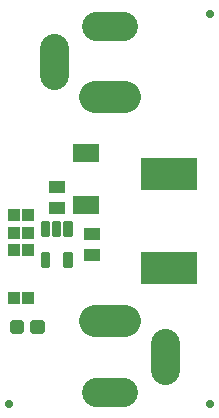
<source format=gts>
G04 EAGLE Gerber RS-274X export*
G75*
%MOMM*%
%FSLAX34Y34*%
%LPD*%
%INSoldermask Top*%
%IPPOS*%
%AMOC8*
5,1,8,0,0,1.08239X$1,22.5*%
G01*
%ADD10R,1.403200X1.003200*%
%ADD11R,1.053200X1.103200*%
%ADD12R,2.303200X1.603200*%
%ADD13C,0.505344*%
%ADD14C,2.703200*%
%ADD15C,2.453200*%
%ADD16R,4.703200X2.803200*%
%ADD17C,0.321278*%
%ADD18C,0.703200*%


D10*
X195000Y371000D03*
X195000Y389000D03*
X165000Y429000D03*
X165000Y411000D03*
D11*
X140800Y390000D03*
X129200Y390000D03*
D12*
X190000Y413000D03*
X190000Y457000D03*
D13*
X134720Y313490D02*
X134720Y306510D01*
X127740Y306510D01*
X127740Y313490D01*
X134720Y313490D01*
X134720Y311310D02*
X127740Y311310D01*
X152260Y313490D02*
X152260Y306510D01*
X145280Y306510D01*
X145280Y313490D01*
X152260Y313490D01*
X152260Y311310D02*
X145280Y311310D01*
D14*
X197500Y315000D02*
X222500Y315000D01*
D15*
X221250Y255000D02*
X198750Y255000D01*
X257000Y273750D02*
X257000Y296250D01*
D14*
X222500Y505000D02*
X197500Y505000D01*
D15*
X198750Y565000D02*
X221250Y565000D01*
X163000Y546250D02*
X163000Y523750D01*
D16*
X260000Y360000D03*
X260000Y440000D03*
D11*
X140800Y405000D03*
X129200Y405000D03*
X129200Y375000D03*
X140800Y375000D03*
X129200Y335000D03*
X140800Y335000D03*
D17*
X172090Y388090D02*
X172090Y397910D01*
X176910Y397910D01*
X176910Y388090D01*
X172090Y388090D01*
X172090Y391142D02*
X176910Y391142D01*
X176910Y394194D02*
X172090Y394194D01*
X172090Y397246D02*
X176910Y397246D01*
X162590Y397910D02*
X162590Y388090D01*
X162590Y397910D02*
X167410Y397910D01*
X167410Y388090D01*
X162590Y388090D01*
X162590Y391142D02*
X167410Y391142D01*
X167410Y394194D02*
X162590Y394194D01*
X162590Y397246D02*
X167410Y397246D01*
X153090Y397910D02*
X153090Y388090D01*
X153090Y397910D02*
X157910Y397910D01*
X157910Y388090D01*
X153090Y388090D01*
X153090Y391142D02*
X157910Y391142D01*
X157910Y394194D02*
X153090Y394194D01*
X153090Y397246D02*
X157910Y397246D01*
X153090Y371910D02*
X153090Y362090D01*
X153090Y371910D02*
X157910Y371910D01*
X157910Y362090D01*
X153090Y362090D01*
X153090Y365142D02*
X157910Y365142D01*
X157910Y368194D02*
X153090Y368194D01*
X153090Y371246D02*
X157910Y371246D01*
X172090Y371910D02*
X172090Y362090D01*
X172090Y371910D02*
X176910Y371910D01*
X176910Y362090D01*
X172090Y362090D01*
X172090Y365142D02*
X176910Y365142D01*
X176910Y368194D02*
X172090Y368194D01*
X172090Y371246D02*
X176910Y371246D01*
D18*
X125000Y245000D03*
X295000Y245000D03*
X295000Y575000D03*
M02*

</source>
